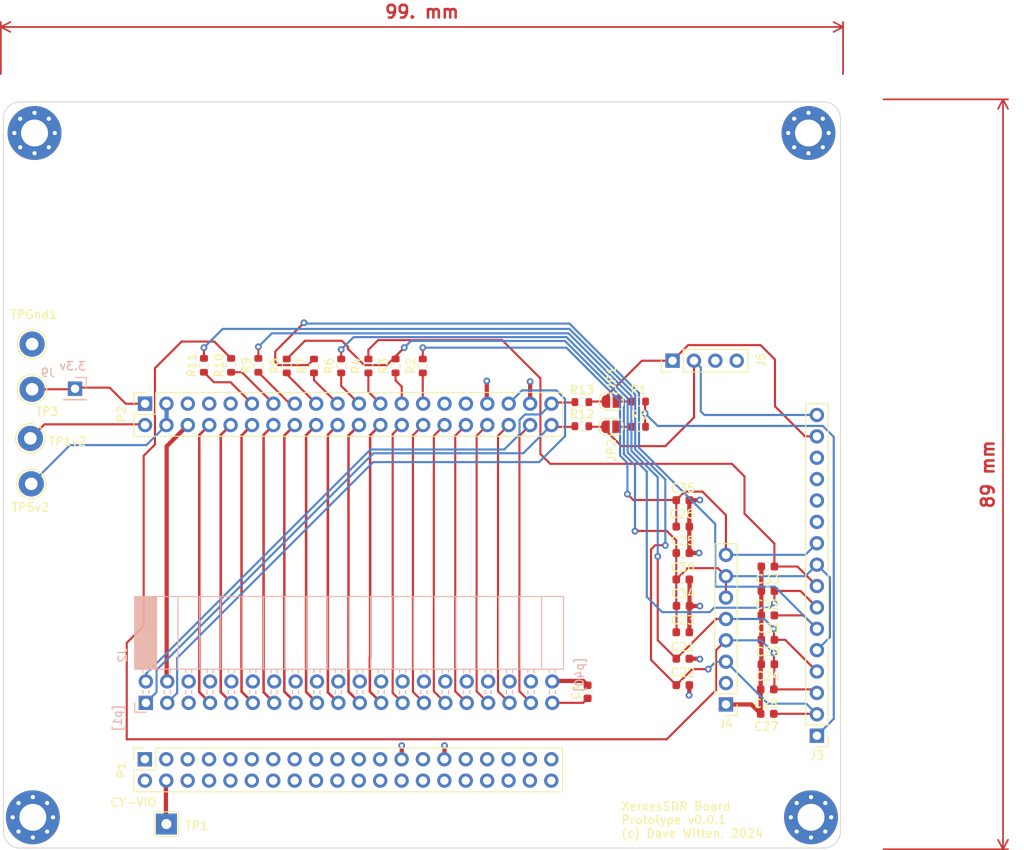
<source format=kicad_pcb>
(kicad_pcb (version 20240108) (generator "pcbnew") (generator_version "8.0")
  (title_block (title "ClemSDR-Min_Modules") (date "2023-10-17") (rev "0.4.0") (comment 1 "Minimalist Rework of HF-103 (designed be Oskar Stella)") (comment 3 "based on the Infineon/Cypress  FX3 DevKit and LTC2208 Demo modules"))
  (layers (0 "F.Cu" signal) (1 "In1.Cu" power "GND") (2 "In2.Cu" power "+3.3v") (31 "B.Cu" signal) (34 "B.Paste" user) (35 "F.Paste" user) (36 "B.SilkS" user "B.Silkscreen") (37 "F.SilkS" user "F.Silkscreen") (38 "B.Mask" user) (39 "F.Mask" user) (44 "Edge.Cuts" user))
  (net 0 "")
  (net 1 "GND")
  (net 2 "Net-(J2-Pin_39)")
  (net 3 "Net-(J3-Pin_15)")
  (net 4 "Net-(J3-Pin_4)")
  (net 5 "Net-(J3-Pin_2)")
  (net 6 "Net-(J3-Pin_5)")
  (net 7 "Net-(J3-Pin_3)")
  (net 8 "Net-(J3-Pin_10)")
  (net 9 "ATT DATA")
  (net 10 "ATT CLK")
  (net 11 "ATT LE")
  (net 12 "Net-(J3-Pin_16)")
  (net 13 "3.3v")
  (net 14 "GPIO29")
  (net 15 "D15")
  (net 16 "GPIO28")
  (net 17 "D14")
  (net 18 "GPIO27")
  (net 19 "D13")
  (net 20 "GPIO26")
  (net 21 "D12")
  (net 22 "GPIO25")
  (net 23 "D11")
  (net 24 "GPIO24")
  (net 25 "D10")
  (net 26 "GPIO23")
  (net 27 "D9")
  (net 28 "GPIO22")
  (net 29 "D8")
  (net 30 "GPIO21")
  (net 31 "D7")
  (net 32 "GPIO20")
  (net 33 "D6")
  (net 34 "GPIO19")
  (net 35 "D5")
  (net 36 "D4")
  (net 37 "D3")
  (net 38 "D2")
  (net 39 "PCLK")
  (net 40 "D1")
  (net 41 "D0")
  (net 42 "I2C SDA")
  (net 43 "I2C SCL")
  (net 48 "1.2v")
  (net 49 "VBUS")
  (net 70 "CyVio")
  (net 83 "Net-(JP1-A)")
  (net 84 "Net-(JP2-A)")
  (footprint "Capacitor_SMD:C_0603_1608Metric" (layer "F.Cu") (at 136.475 114.714286 180)
    (property "Reference" "C29")
    (property "Value" "100pf")
  )
  (footprint "Resistor_SMD:R_0603_1608Metric" (layer "F.Cu") (at 82.580389 82.175 90)
    (property "Reference" "R7")
    (property "Value" "1k")
  )
  (footprint "Connector_PinSocket_2.54mm:PinSocket_2x20_P2.54mm_Vertical" (layer "F.Cu") (at 62.523378 86.65959 90)
    (property "Reference" "P2")
    (property "Value" "J6")
  )
  (footprint "Capacitor_SMD:C_0603_1608Metric" (layer "F.Cu") (at 136.4 120.6 180)
    (property "Reference" "C28")
    (property "Value" "100pf")
  )
  (footprint "Capacitor_SMD:C_0603_1608Metric" (layer "F.Cu") (at 136.475 108.907144 180)
    (property "Reference" "C32")
    (property "Value" "100pf")
  )
  (footprint "Resistor_SMD:R_0603_1608Metric" (layer "F.Cu") (at 69.515878 82.1 90)
    (property "Reference" "R11")
    (property "Value" "1k")
  )
  (footprint "MountingHole:MountingHole_3.2mm_M3_Pad_Via" (layer "F.Cu") (at 141.3 54.5)
    (property "Reference" "H2" (hide yes))
    (property "Value" "MountingHole" (hide yes))
  )
  (footprint "Resistor_SMD:R_0603_1608Metric" (layer "F.Cu") (at 114.39 86.47)
    (property "Reference" "R13")
    (property "Value" "0")
  )
  (footprint "Resistor_SMD:R_0603_1608Metric" (layer "F.Cu") (at 85.810291 82.175 90)
    (property "Reference" "R6")
    (property "Value" "1k")
  )
  (footprint "Resistor_SMD:R_0603_1608Metric" (layer "F.Cu") (at 89.040193 82.175 90)
    (property "Reference" "R4")
    (property "Value" "1k")
  )
  (footprint "MountingHole:MountingHole_3.2mm_M3_Pad_Via" (layer "F.Cu") (at 49.2 135.8)
    (property "Reference" "H3" (hide yes))
    (property "Value" "MountingHole" (hide yes))
  )
  (footprint "Resistor_SMD:R_0603_1608Metric" (layer "F.Cu") (at 72.74578 82.1 90)
    (property "Reference" "R10")
    (property "Value" "1k")
  )
  (footprint "MountingHole:MountingHole_3.2mm_M3_Pad_Via" (layer "F.Cu") (at 49.4 54.5)
    (property "Reference" "H1" (hide yes))
    (property "Value" "MountingHole" (hide yes))
  )
  (footprint "Capacitor_SMD:C_0603_1608Metric" (layer "F.Cu") (at 136.475 111.810715 180)
    (property "Reference" "C31")
    (property "Value" "100pf")
  )
  (footprint "TestPoint:TestPoint_THTPad_D3.0mm_Drill1.5mm" (layer "F.Cu") (at 49.01 96.18)
    (property "Reference" "TP5v2")
    (property "Value" "TP5v")
  )
  (footprint "Capacitor_SMD:C_0603_1608Metric" (layer "F.Cu") (at 126.375 98.121432)
    (property "Reference" "C35")
    (property "Value" "100pf")
  )
  (footprint "Capacitor_SMD:C_0603_1608Metric" (layer "F.Cu") (at 126.375 104.400002)
    (property "Reference" "C25")
    (property "Value" "100pf")
  )
  (footprint "MountingHole:MountingHole_3.2mm_M3_Pad_Via" (layer "F.Cu") (at 141.6 135.8)
    (property "Reference" "H4" (hide yes))
    (property "Value" "MountingHole" (hide yes))
  )
  (footprint "TestPoint:TestPoint_THTPad_D3.0mm_Drill1.5mm" (layer "F.Cu") (at 49.11 79.58)
    (property "Reference" "TPGnd1")
    (property "Value" "TPGnd")
  )
  (footprint "Capacitor_SMD:C_0603_1608Metric" (layer "F.Cu") (at 126.4 110.678572)
    (property "Reference" "C34")
    (property "Value" "100pf")
  )
  (footprint "Connector_PinHeader_2.54mm:PinHeader_1x04_P2.54mm_Vertical" (layer "F.Cu") (at 125.16 81.55 90)
    (property "Reference" "J5")
    (property "Value" "Conn_01x04")
  )
  (footprint "Capacitor_SMD:C_0603_1608Metric" (layer "F.Cu") (at 126.375 107.539287)
    (property "Reference" "C30")
    (property "Value" "100pf")
  )
  (footprint "Connector_PinHeader_2.54mm:PinHeader_1x08_P2.54mm_Vertical" (layer "F.Cu") (at 131.5 122.394286 180)
    (property "Reference" "J4")
    (property "Value" "Conn_01x08")
  )
  (footprint "Resistor_SMD:R_0603_1608Metric" (layer "F.Cu") (at 121.125 86.4 180)
    (property "Reference" "R1")
    (property "Value" "10k")
  )
  (footprint "Resistor_SMD:R_0603_1608Metric" (layer "F.Cu") (at 92.270095 82.175 90)
    (property "Reference" "R3")
    (property "Value" "10k")
  )
  (footprint "Capacitor_SMD:C_0603_1608Metric" (layer "F.Cu") (at 126.375 116.957142)
    (property "Reference" "C21")
    (property "Value" "100pf")
  )
  (footprint "TestPoint:TestPoint_THTPad_D3.0mm_Drill1.5mm" (layer "F.Cu") (at 49.11 84.946666)
    (property "Reference" "TP3")
    (property "Value" "TP3v3")
  )
  (footprint "TestPoint:TestPoint_THTPad_2.5x2.5mm_Drill1.2mm" (layer "F.Cu") (at 65.06 136.6)
    (property "Reference" "TP1")
    (property "Value" "TPCyVIO")
  )
  (footprint "Resistor_SMD:R_0603_1608Metric" (layer "F.Cu") (at 121.125 89.4 180)
    (property "Reference" "R5")
    (property "Value" "10k")
  )
  (footprint "TestPoint:TestPoint_THTPad_D3.0mm_Drill1.5mm" (layer "F.Cu") (at 48.91 90.78)
    (property "Reference" "TP1v2")
    (property "Value" "TP1v2")
  )
  (footprint "Capacitor_SMD:C_0603_1608Metric" (layer "F.Cu") (at 126.375 113.817857)
    (property "Reference" "C23")
    (property "Value" "100pf")
  )
  (footprint "Capacitor_SMD:C_0603_1608Metric" (layer "F.Cu") (at 126.375 101.260717)
    (property "Reference" "C26")
    (property "Value" "100pf")
  )
  (footprint "Capacitor_SMD:C_0603_1608Metric" (layer "F.Cu") (at 136.475 106.003573 180)
    (property "Reference" "C33")
    (property "Value" "100pf")
  )
  (footprint "Resistor_SMD:R_0603_1608Metric" (layer "F.Cu") (at 75.975682 82.1 90)
    (property "Reference" "R9")
    (property "Value" "1k")
  )
  (footprint "Connector_PinSocket_2.54mm:PinSocket_2x20_P2.54mm_Vertical" (layer "F.Cu") (at 62.503378 128.89959 90)
    (property "Reference" "P1")
    (property "Value" "J7")
  )
  (footprint "Resistor_SMD:R_0603_1608Metric" (layer "F.Cu") (at 114.39 89.34)
    (property "Reference" "R12")
    (property "Value" "0")
  )
  (footprint "Resistor_SMD:R_0603_1608Metric" (layer "F.Cu") (at 79.350487 82.175 90)
    (property "Reference" "R8")
    (property "Value" "1k")
  )
  (footprint "Capacitor_SMD:C_0603_1608Metric" (layer "F.Cu") (at 115.0725 120.89 90)
    (property "Reference" "C1")
    (property "Value" "0.1uF")
  )
  (footprint "Jumper:SolderJumper-2_P1.3mm_Open_RoundedPad1.0x1.5mm" (layer "F.Cu") (at 117.85 89.4 180)
    (property "Reference" "JP2")
    (property "Value" "Jumper_2_Open")
  )
  (footprint "Capacitor_SMD:C_0603_1608Metric" (layer "F.Cu") (at 136.475 117.617857 180)
    (property "Reference" "C24")
    (property "Value" "100pf")
  )
  (footprint "Jumper:SolderJumper-2_P1.3mm_Open_RoundedPad1.0x1.5mm" (layer "F.Cu") (at 117.895 86.4 180)
    (property "Reference" "JP1")
    (property "Value" "Jumper_2_Open")
  )
  (footprint "Connector_PinHeader_2.54mm:PinHeader_1x16_P2.54mm_Vertical" (layer "F.Cu") (at 142.3 126.1 180)
    (property "Reference" "J3")
    (property "Value" "Conn_01x16")
  )
  (footprint "Capacitor_SMD:C_0603_1608Metric" (layer "F.Cu") (at 136.4 123.503573 180)
    (property "Reference" "C27")
    (property "Value" "100pf")
  )
  (footprint "Capacitor_SMD:C_0603_1608Metric" (layer "F.Cu") (at 126.375 120.096432)
    (property "Reference" "C22")
    (property "Value" "100pf")
  )
  (footprint "Resistor_SMD:R_0603_1608Metric" (layer "F.Cu") (at 95.5 82.175 90)
    (property "Reference" "R2")
    (property "Value" "1k")
  )
  (footprint "Connector_PinHeader_2.54mm:PinHeader_1x01_P2.54mm_Vertical" (layer "B.Cu") (at 54.21 84.88 180)
    (property "Reference" "J9")
    (property "Value" "VDD (3.3v)")
  )
  (footprint "Connector_PinSocket_2.54mm:PinSocket_2x20_P2.54mm_Horizontal" (layer "B.Cu") (at 62.62 122.2 -90)
    (property "Reference" "J2")
    (property "Value" "2x20-Odd/Even")
  )
  (gr_line (start 143.1 139.45) (end 47.7 139.45) (stroke (width 0.1)) (layer "Edge.Cuts"))
  (gr_arc (start 47.7 139.45) (mid 46.285786 138.864214) (end 45.7 137.45) (stroke (width 0.1)) (layer "Edge.Cuts"))
  (gr_line (start 45.7 137.45) (end 45.7 52.8) (stroke (width 0.1)) (layer "Edge.Cuts"))
  (gr_line (start 145.1 52.8) (end 145.1 137.45) (stroke (width 0.1)) (layer "Edge.Cuts"))
  (gr_arc (start 145.1 137.45) (mid 144.514214 138.864214) (end 143.1 139.45) (stroke (width 0.1)) (layer "Edge.Cuts"))
  (gr_arc (start 45.7 52.8) (mid 46.285786 51.385786) (end 47.7 50.8) (stroke (width 0.1)) (layer "Edge.Cuts"))
  (gr_arc (start 143.1 50.8) (mid 144.514214 51.385786) (end 145.1 52.8) (stroke (width 0.1)) (layer "Edge.Cuts"))
  (gr_line (start 47.7 50.8) (end 143.1 50.8) (stroke (width 0.1)) (layer "Edge.Cuts"))
  (gr_text "[p40]" (at 114.69 116.7 90) (layer "B.SilkS") (effects (font (size 1 1)) (justify left bottom mirror)))
  (gr_text "[p1]" (at 59.85 122.32 90) (layer "B.SilkS") (effects (font (size 1 1)) (justify left bottom mirror)))
  (gr_text "3.3v" (at 55.61 82.78 0) (layer "B.SilkS") (effects (font (size 1 1)) (justify left bottom mirror)))
  (gr_text "XerxesSDR Board\nPrototype v0.0.1\n(c) Dave Witten, 2024\n" (at 119 138.3 0) (layer "F.SilkS") (effects (font (size 1 1)) (justify left bottom)))
  (gr_text "CY-VIO" (at 58.3 134.6 0) (layer "F.SilkS") (effects (font (size 1 1)) (justify left bottom)))
  (dimension (type aligned) (layer "F.Cu") (pts (xy 45.4 48) (xy 145.403378 48)) (height -6.1) (gr_text "99. mm" (at 95.401689 40.1 0) (layer "F.Cu") (effects (font (size 1.5 1.5) (thickness 0.3)))) (format (prefix "") (suffix "") (units 3) (units_format 1) (precision 4) (override_value "99.")) (style (thickness 0.2) (arrow_length 1.27) (text_position_mode 0) (extension_height 0.58642) (extension_offset 0.5) keep_text_aligned))
  (dimension (type aligned) (layer "F.Cu") (pts (xy 149.7 50.5) (xy 149.7 139.6)) (height -14.7) (gr_text "89 mm" (at 162.6 95.05 90) (layer "F.Cu") (effects (font (size 1.5 1.5) (thickness 0.3)))) (format (prefix "") (suffix "") (units 3) (units_format 1) (precision 4) (override_value "89")) (style (thickness 0.2) (arrow_length 1.27) (text_position_mode 0) (extension_height 0.58642) (extension_offset 0.5) keep_text_aligned))
  (segment (start 127.15 104.400002) (end 127.15 101.260717) (width 0.5) (layer "F.Cu") (net 1))
  (segment (start 127.15 121.266634) (end 127.116634 121.3) (width 0.5) (layer "F.Cu") (net 1))
  (segment (start 134.515713 122.394286) (end 135.625 123.503573) (width 0.5) (layer "F.Cu") (net 1))
  (segment (start 111.0425 119.6) (end 114.5575 119.6) (width 0.5) (layer "F.Cu") (net 1))
  (segment (start 103.1 83.960205) (end 103.1 86.619795) (width 0.5) (layer "F.Cu") (net 1))
  (segment (start 135.7 111.810715) (end 135.7 108.907144) (width 0.5) (layer "F.Cu") (net 1))
  (segment (start 135.7 117.617857) (end 135.7 114.714286) (width 0.5) (layer "F.Cu") (net 1))
  (segment (start 67.603378 89.19959) (end 65.09 91.712968) (width 0.5) (layer "F.Cu") (net 1))
  (segment (start 128.357142 116.957142) (end 128.4 117) (width 0.5) (layer "F.Cu") (net 1))
  (segment (start 135.625 123.503573) (end 135.625 120.6) (width 0.5) (layer "F.Cu") (net 1))
  (segment (start 114.5575 119.6) (end 115.0725 120.115) (width 0.5) (layer "F.Cu") (net 1))
  (segment (start 127.15 113.817857) (end 127.15 110.703572) (width 0.5) (layer "F.Cu") (net 1))
  (segment (start 65.09 91.712968) (end 65.09 119.59) (width 0.5) (layer "F.Cu") (net 1))
  (segment (start 93 127.29) (end 93 128.822968) (width 0.5) (layer "F.Cu") (net 1))
  (segment (start 131.5 122.394286) (end 134.515713 122.394286) (width 0.5) (layer "F.Cu") (net 1))
  (segment (start 127.15 101.260717) (end 127.15 98.121432) (width 0.5) (layer "F.Cu") (net 1))
  (segment (start 135.625 120.6) (end 135.625 117.692857) (width 0.5) (layer "F.Cu") (net 1))
  (segment (start 128.4 110.7) (end 127.196428 110.7) (width 0.5) (layer "F.Cu") (net 1))
  (segment (start 127.15 120.096432) (end 127.15 121.266634) (width 0.5) (layer "F.Cu") (net 1))
  (segment (start 135.7 108.907144) (end 135.7 106.003573) (width 0.5) (layer "F.Cu") (net 1))
  (segment (start 127.15 98.121432) (end 128.378568 98.121432) (width 0.5) (layer "F.Cu") (net 1))
  (segment (start 127.175 110.678572) (end 127.175 107.564287) (width 0.5) (layer "F.Cu") (net 1))
  (segment (start 135.7 114.714286) (end 135.7 111.810715) (width 0.5) (layer "F.Cu") (net 1))
  (segment (start 127.15 116.957142) (end 128.357142 116.957142) (width 0.5) (layer "F.Cu") (net 1))
  (segment (start 128.378568 98.121432) (end 128.4 98.1) (width 0.5) (layer "F.Cu") (net 1))
  (segment (start 127.15 104.400002) (end 128.299998 104.400002) (width 0.5) (layer "F.Cu") (net 1))
  (segment (start 98.08 127.29) (end 98.08 128.741484) (width 0.5) (layer "F.Cu") (net 1))
  (segment (start 108.25 84.037955) (end 108.25 86.522045) (width 0.5) (layer "F.Cu") (net 1))
  (via (at 98.08 127.29) (size 0.8) (drill 0.4) (layers "F.Cu" "B.Cu") (net 1))
  (via (at 93 127.29) (size 0.8) (drill 0.4) (layers "F.Cu" "B.Cu") (net 1))
  (via (at 127.116634 121.3) (size 0.8) (drill 0.4) (layers "F.Cu" "B.Cu") (net 1))
  (via (at 108.25 84.037955) (size 0.8) (drill 0.4) (layers "F.Cu" "B.Cu") (net 1))
  (via (at 128.4 110.7) (size 0.8) (drill 0.4) (layers "F.Cu" "B.Cu") (net 1))
  (via (at 128.4 98.1) (size 0.8) (drill 0.4) (layers "F.Cu" "B.Cu") (net 1))
  (via (at 103.1 83.960205) (size 0.8) (drill 0.4) (layers "F.Cu" "B.Cu") (net 1))
  (via (at 128.4 117) (size 0.8) (drill 0.4) (layers "F.Cu" "B.Cu") (net 1))
  (via (at 128.299998 104.400002) (size 0.8) (drill 0.4) (layers "F.Cu" "B.Cu") (net 1))
  (segment (start 115.0725 121.665) (end 114.5375 122.2) (width 0.25) (layer "F.Cu") (net 2))
  (segment (start 114.5375 122.2) (end 111.1025 122.2) (width 0.25) (layer "F.Cu") (net 2))
  (segment (start 117.245 85.825) (end 121.52 81.55) (width 0.25) (layer "F.Cu") (net 3))
  (segment (start 137.32 81.41) (end 137.32 86.97) (width 0.25) (layer "F.Cu") (net 3))
  (segment (start 125.16 81.55) (end 127.01 79.7) (width 0.25) (layer "F.Cu") (net 3))
  (segment (start 135.61 79.7) (end 137.32 81.41) (width 0.25) (layer "F.Cu") (net 3))
  (segment (start 137.32 86.97) (end 140.89 90.54) (width 0.25) (layer "F.Cu") (net 3))
  (segment (start 117.245 86.4) (end 115.285 86.4) (width 0.25) (layer "F.Cu") (net 3))
  (segment (start 140.89 90.54) (end 142.3 90.54) (width 0.25) (layer "F.Cu") (net 3))
  (segment (start 127.01 79.7) (end 135.61 79.7) (width 0.25) (layer "F.Cu") (net 3))
  (segment (start 121.52 81.55) (end 125.16 81.55) (width 0.25) (layer "F.Cu") (net 3))
  (segment (start 123.4 114.757142) (end 125.6 116.957142) (width 0.25) (layer "F.Cu") (net 4))
  (segment (start 130.322856 112.234286) (end 131.5 112.234286) (width 0.25) (layer "F.Cu") (net 4))
  (segment (start 123.4 104.8) (end 123.4 114.757142) (width 0.25) (layer "F.Cu") (net 4))
  (segment (start 137.2 113.4) (end 137.2 114.664286) (width 0.25) (layer "F.Cu") (net 4))
  (segment (start 125.6 116.957142) (end 130.322856 112.234286) (width 0.25) (layer "F.Cu") (net 4))
  (segment (start 138.534286 114.714286) (end 142.3 118.48) (width 0.25) (layer "F.Cu") (net 4))
  (segment (start 137.25 114.714286) (end 138.534286 114.714286) (width 0.25) (layer "F.Cu") (net 4))
  (segment (start 75.975682 79.9) (end 75.975682 81.275) (width 0.25) (layer "F.Cu") (net 4))
  (via (at 123.4 104.8) (size 0.8) (drill 0.4) (layers "F.Cu" "B.Cu") (net 4))
  (via (at 75.975682 79.9) (size 0.8) (drill 0.4) (layers "F.Cu" "B.Cu") (net 4))
  (via (at 137.2 113.4) (size 0.8) (drill 0.4) (layers "F.Cu" "B.Cu") (net 4))
  (segment (start 136.034286 112.234286) (end 137.2 113.4) (width 0.25) (layer "B.Cu") (net 4))
  (segment (start 120.275 85.771396) (end 112.803604 78.3) (width 0.25) (layer "B.Cu") (net 4))
  (segment (start 120.275 92.273097) (end 120.275 85.771396) (width 0.25) (layer "B.Cu") (net 4))
  (segment (start 123.4 95.398097) (end 120.275 92.273097) (width 0.25) (layer "B.Cu") (net 4))
  (segment (start 123.4 104.8) (end 123.4 95.398097) (width 0.25) (layer "B.Cu") (net 4))
  (segment (start 77.575682 78.3) (end 75.975682 79.9) (width 0.25) (layer "B.Cu") (net 4))
  (segment (start 112.803604 78.3) (end 77.575682 78.3) (width 0.25) (layer "B.Cu") (net 4))
  (segment (start 131.5 112.234286) (end 136.034286 112.234286) (width 0.25) (layer "B.Cu") (net 4))
  (segment (start 69.515878 80) (end 69.515878 81.275) (width 0.25) (layer "F.Cu") (net 5))
  (segment (start 124.3 103.5) (end 124.275 103.475) (width 0.25) (layer "F.Cu") (net 5))
  (segment (start 123.099695 103.475) (end 122.6 103.974695) (width 0.25) (layer "F.Cu") (net 5))
  (segment (start 137.175 123.503573) (end 142.243573 123.503573) (width 0.25) (layer "F.Cu") (net 5))
  (segment (start 124.275 103.475) (end 123.099695 103.475) (width 0.25) (layer "F.Cu") (net 5))
  (segment (start 122.6 117.096432) (end 125.6 120.096432) (width 0.25) (layer "F.Cu") (net 5))
  (segment (start 127.496432 118.2) (end 129.4 118.2) (width 0.25) (layer "F.Cu") (net 5))
  (segment (start 122.6 103.974695) (end 122.6 117.096432) (width 0.25) (layer "F.Cu") (net 5))
  (segment (start 125.6 120.096432) (end 127.496432 118.2) (width 0.25) (layer "F.Cu") (net 5))
  (via (at 69.515878 80) (size 0.8) (drill 0.4) (layers "F.Cu" "B.Cu") (net 5))
  (via (at 129.4 118.2) (size 0.8) (drill 0.4) (layers "F.Cu" "B.Cu") (net 5))
  (via (at 124.3 103.5) (size 0.8) (drill 0.4) (layers "F.Cu" "B.Cu") (net 5))
  (segment (start 120.725 85.585) (end 112.91 77.77) (width 0.25) (layer "B.Cu") (net 5))
  (segment (start 71.745878 77.77) (end 69.515878 80) (width 0.25) (layer "B.Cu") (net 5))
  (segment (start 120.725 92.086701) (end 120.725 85.585) (width 0.25) (layer "B.Cu") (net 5))
  (segment (start 141.04 122.3) (end 142.3 123.56) (width 0.25) (layer "B.Cu") (net 5))
  (segment (start 124.3 103.5) (end 124.3 95.661701) (width 0.25) (layer "B.Cu") (net 5))
  (segment (start 112.91 77.77) (end 71.745878 77.77) (width 0.25) (layer "B.Cu") (net 5))
  (segment (start 130.285714 117.314286) (end 129.4 118.2) (width 0.25) (layer "B.Cu") (net 5))
  (segment (start 124.3 95.661701) (end 120.725 92.086701) (width 0.25) (layer "B.Cu") (net 5))
  (segment (start 131.5 117.314286) (end 136.485714 122.3) (width 0.25) (layer "B.Cu") (net 5))
  (segment (start 136.485714 122.3) (end 141.04 122.3) (width 0.25) (layer "B.Cu") (net 5))
  (segment (start 131.5 117.314286) (end 130.285714 117.314286) (width 0.25) (layer "B.Cu") (net 5))
  (segment (start 125.6 107.539287) (end 126.939287 106.2) (width 0.25) (layer "F.Cu") (net 6))
  (segment (start 125.6 102.9) (end 125.6 104.400002) (width 0.25) (layer "F.Cu") (net 6))
  (segment (start 126.939287 106.2) (end 130.545714 106.2) (width 0.25) (layer "F.Cu") (net 6))
  (segment (start 88.547731 82.075) (end 86.610291 80.13756) (width 0.25) (layer "F.Cu") (net 6))
  (segment (start 124.475 101.775) (end 125.6 102.9) (width 0.25) (layer "F.Cu") (net 6))
  (segment (start 81.520487 79.18) (end 79.350487 81.35) (width 0.25) (layer "F.Cu") (net 6))
  (segment (start 91.225 82.075) (end 88.547731 82.075) (width 0.25) (layer "F.Cu") (net 6))
  (segment (start 86.610291 80.13756) (end 86.610291 79.900291) (width 0.25) (layer "F.Cu") (net 6))
  (segment (start 131.5 107.154286) (end 131.5 109.694286) (width 0.25) (layer "F.Cu") (net 6))
  (segment (start 85.89 79.18) (end 81.520487 79.18) (width 0.25) (layer "F.Cu") (net 6))
  (segment (start 93.3 80) (end 92.270095 81.029905) (width 0.25) (layer "F.Cu") (net 6))
  (segment (start 120.725 101.775) (end 124.475 101.775) (width 0.25) (layer "F.Cu") (net 6))
  (segment (start 130.545714 106.2) (end 131.5 107.154286) (width 0.25) (layer "F.Cu") (net 6))
  (segment (start 125.6 107.539287) (end 125.6 110.653572) (width 0.25) (layer "F.Cu") (net 6))
  (segment (start 93.3 80) (end 91.225 82.075) (width 0.25) (layer "F.Cu") (net 6))
  (segment (start 125.625 110.678572) (end 125.625 113.792857) (width 0.25) (layer "F.Cu") (net 6))
  (segment (start 125.6 104.400002) (end 125.6 107.539287) (width 0.25) (layer "F.Cu") (net 6))
  (segment (start 86.610291 79.900291) (end 85.89 79.18) (width 0.25) (layer "F.Cu") (net 6))
  (segment (start 120.7 101.8) (end 120.725 101.775) (width 0.25) (layer "F.Cu") (net 6))
  (segment (start 92.270095 81.029905) (end 92.270095 81.35) (width 0.25) (layer "F.Cu") (net 6))
  (via (at 93.3 80) (size 0.8) (drill 0.4) (layers "F.Cu" "B.Cu") (net 6))
  (via (at 120.7 101.8) (size 0.8) (drill 0.4) (layers "F.Cu" "B.Cu") (net 6))
  (segment (start 119.375 86.191396) (end 112.383604 79.2) (width 0.25) (layer "B.Cu") (net 6))
  (segment (start 140.925714 107.154286) (end 142.3 105.78) (width 0.25) (layer "B.Cu") (net 6))
  (segment (start 143.85 114.39) (end 142.3 115.94) (width 0.25) (layer "B.Cu") (net 6))
  (segment (start 143.85 107.33) (end 143.85 114.39) (width 0.25) (layer "B.Cu") (net 6))
  (segment (start 120.7 93.970889) (end 119.375 92.645889) (width 0.25) (layer "B.Cu") (net 6))
  (segment (start 112.383604 79.2) (end 94.1 79.2) (width 0.25) (layer "B.Cu") (net 6))
  (segment (start 119.375 92.645889) (end 119.375 86.191396) (width 0.25) (layer "B.Cu") (net 6))
  (segment (start 142.3 105.78) (end 143.85 107.33) (width 0.25) (layer "B.Cu") (net 6))
  (segment (start 120.7 101.8) (end 120.7 93.970889) (width 0.25) (layer "B.Cu") (net 6))
  (segment (start 131.5 107.154286) (end 140.925714 107.154286) (width 0.25) (layer "B.Cu") (net 6))
  (segment (start 94.1 79.2) (end 93.3 80) (width 0.25) (layer "B.Cu") (net 6))
  (segment (start 66.865 79.275) (end 63.698378 82.441622) (width 0.25) (layer "F.Cu") (net 7))
  (segment (start 60.35 115.08) (end 60.35 126.53) (width 0.25) (layer "F.Cu") (net 7))
  (segment (start 130.325 120.675) (end 130.325 115.949286) (width 0.25) (layer "F.Cu") (net 7))
  (segment (start 62.36 113.07) (end 60.35 115.08) (width 0.25) (layer "F.Cu") (net 7))
  (segment (start 72.74578 81.275) (end 70.74578 79.275) (width 0.25) (layer "F.Cu") (net 7))
  (segment (start 63.698378 82.441622) (end 63.698378 91.511622) (width 0.25) (layer "F.Cu") (net 7))
  (segment (start 63.698378 91.511622) (end 62.36 92.85) (width 0.25) (layer "F.Cu") (net 7))
  (segment (start 70.74578 79.275) (end 66.865 79.275) (width 0.25) (layer "F.Cu") (net 7))
  (segment (start 137.25 117.617857) (end 137.25 120.525) (width 0.25) (layer "F.Cu") (net 7))
  (segment (start 124.47 126.53) (end 130.325 120.675) (width 0.25) (layer "F.Cu") (net 7))
  (segment (start 62.36 92.85) (end 62.36 113.07) (width 0.25) (layer "F.Cu") (net 7))
  (segment (start 130.325 115.949286) (end 131.5 114.774286) (width 0.25) (layer "F.Cu") (net 7))
  (segment (start 137.2 116.3) (end 137.2 117.567857) (width 0.25) (layer "F.Cu") (net 7))
  (segment (start 60.35 126.53) (end 124.47 126.53) (width 0.25) (layer "F.Cu") (net 7))
  (segment (start 137.175 120.6) (end 141.88 120.6) (width 0.25) (layer "F.Cu") (net 7))
  (via (at 137.2 116.3) (size 0.8) (drill 0.4) (layers "F.Cu" "B.Cu") (net 7))
  (segment (start 131.5 114.774286) (end 135.674286 114.774286) (width 0.25) (layer "B.Cu") (net 7))
  (segment (start 135.674286 114.774286) (end 137.2 116.3) (width 0.25) (layer "B.Cu") (net 7))
  (segment (start 95.5 81.35) (end 95.5 80) (width 0.25) (layer "F.Cu") (net 8))
  (segment (start 120.5 98.1) (end 125.578568 98.1) (width 0.25) (layer "F.Cu") (net 8))
  (segment (start 125.6 101.260717) (end 125.6 98.121432) (width 0.25) (layer "F.Cu") (net 8))
  (segment (start 125.6 98.121432) (end 126.621432 97.1) (width 0.25) (layer "F.Cu") (net 8))
  (segment (start 126.621432 97.1) (end 128.7 97.1) (width 0.25) (layer "F.Cu") (net 8))
  (segment (start 119.8 97.4) (end 120.5 98.1) (width 0.25) (layer "F.Cu") (net 8))
  (segment (start 131.5 99.9) (end 131.5 104.614286) (width 0.25) (layer "F.Cu") (net 8))
  (segment (start 128.7 97.1) (end 131.5 99.9) (width 0.25) (layer "F.Cu") (net 8))
  (via (at 95.5 80) (size 0.8) (drill 0.4) (layers "F.Cu" "B.Cu") (net 8))
  (via (at 119.8 97.4) (size 0.8) (drill 0.4) (layers "F.Cu" "B.Cu") (net 8))
  (segment (start 112.547208 80) (end 95.5 80) (width 0.25) (layer "B.Cu") (net 8))
  (segment (start 140.925714 104.614286) (end 142.3 103.24) (width 0.25) (layer "B.Cu") (net 8))
  (segment (start 119.8 97.4) (end 119.8 93.707285) (width 0.25) (layer "B.Cu") (net 8))
  (segment (start 118.925 86.377792) (end 112.547208 80) (width 0.25) (layer "B.Cu") (net 8))
  (segment (start 119.8 93.707285) (end 118.925 92.832285) (width 0.25) (layer "B.Cu") (net 8))
  (segment (start 131.5 104.614286) (end 140.925714 104.614286) (width 0.25) (layer "B.Cu") (net 8))
  (segment (start 118.925 92.832285) (end 118.925 86.377792) (width 0.25) (layer "B.Cu") (net 8))
  (segment (start 137.25 111.810715) (end 140.710715 111.810715) (width 0.25) (layer "F.Cu") (net 9))
  (segment (start 81.855389 82.075) (end 82.580389 81.35) (width 0.25) (layer "F.Cu") (net 9))
  (segment (start 77.98 81.7) (end 78.355 82.075) (width 0.25) (layer "F.Cu") (net 9))
  (segment (start 77.98 80.4555) (end 77.98 81.7) (width 0.25) (layer "F.Cu") (net 9))
  (segment (start 81.39 77.0455) (end 77.98 80.4555) (width 0.25) (layer "F.Cu") (net 9))
  (segment (start 78.355 82.075) (end 81.855389 82.075) (width 0.25) (layer "F.Cu") (net 9))
  (segment (start 140.710715 111.810715) (end 142.3 113.4) (width 0.25) (layer "F.Cu") (net 9))
  (via (at 81.39 77.0455) (size 0.8) (drill 0.4) (layers "F.Cu" "B.Cu") (net 9))
  (segment (start 130.225305 108.4) (end 137.3 108.4) (width 0.25) (layer "B.Cu") (net 9))
  (segment (start 137.3 108.4) (end 142.3 113.4) (width 0.25) (layer "B.Cu") (net 9))
  (segment (start 130.225305 100.95061) (end 130.225305 108.4) (width 0.25) (layer "B.Cu") (net 9))
  (segment (start 81.39 77.0455) (end 81.4845 77.14) (width 0.25) (layer "B.Cu") (net 9))
  (segment (start 121.175 91.900305) (end 130.225305 100.95061) (width 0.25) (layer "B.Cu") (net 9))
  (segment (start 112.92 77.14) (end 121.175 85.395) (width 0.25) (layer "B.Cu") (net 9))
  (segment (start 81.4845 77.14) (end 112.92 77.14) (width 0.25) (layer "B.Cu") (net 9))
  (segment (start 121.175 85.395) (end 121.175 91.900305) (width 0.25) (layer "B.Cu") (net 9))
  (segment (start 137.25 108.907144) (end 140.347144 108.907144) (width 0.25) (layer "F.Cu") (net 10))
  (segment (start 85.810291 80.23) (end 85.810291 81.35) (width 0.25) (layer "F.Cu") (net 10))
  (segment (start 137.25 110.34937) (end 137.25 108.907144) (width 0.25) (layer "F.Cu") (net 10))
  (segment (start 140.347144 108.907144) (end 142.3 110.86) (width 0.25) (layer "F.Cu") (net 10))
  (via (at 137.25 110.34937) (size 0.8) (drill 0.4) (layers "F.Cu" "B.Cu") (net 10))
  (via (at 85.810291 80.23) (size 0.8) (drill 0.4) (layers "F.Cu" "B.Cu") (net 10))
  (segment (start 87.290291 78.75) (end 112.57 78.75) (width 0.25) (layer "B.Cu") (net 10))
  (segment (start 85.810291 80.23) (end 87.290291 78.75) (width 0.25) (layer "B.Cu") (net 10))
  (segment (start 119.825 92.459493) (end 122.1 94.734493) (width 0.25) (layer "B.Cu") (net 10))
  (segment (start 136.69937 110.9) (end 137.25 110.34937) (width 0.25) (layer "B.Cu") (net 10))
  (segment (start 123.925 111.425) (end 129.575 111.425) (width 0.25) (layer "B.Cu") (net 10))
  (segment (start 122.1 109.6) (end 123.925 111.425) (width 0.25) (layer "B.Cu") (net 10))
  (segment (start 119.825 86.005) (end 119.825 92.459493) (width 0.25) (layer "B.Cu") (net 10))
  (segment (start 129.575 111.425) (end 130.1 110.9) (width 0.25) (layer "B.Cu") (net 10))
  (segment (start 112.57 78.75) (end 119.825 86.005) (width 0.25) (layer "B.Cu") (net 10))
  (segment (start 122.1 94.734493) (end 122.1 109.6) (width 0.25) (layer "B.Cu") (net 10))
  (segment (start 130.1 110.9) (end 136.69937 110.9) (width 0.25) (layer "B.Cu") (net 10))
  (segment (start 110.63049 93.8) (end 109.47 92.63951) (width 0.25) (layer "F.Cu") (net 11))
  (segment (start 90.2 79.1) (end 89.040193 80.259807) (width 0.25) (layer "F.Cu") (net 11))
  (segment (start 132.2 93.8) (end 110.63049 93.8) (width 0.25) (layer "F.Cu") (net 11))
  (segment (start 139.983573 106.003573) (end 142.3 108.32) (width 0.25) (layer "F.Cu") (net 11))
  (segment (start 109.47 83.65) (end 104.92 79.1) (width 0.25) (layer "F.Cu") (net 11))
  (segment (start 133.7 95.3) (end 132.2 93.8) (width 0.25) (layer "F.Cu") (net 11))
  (segment (start 104.92 79.1) (end 90.2 79.1) (width 0.25) (layer "F.Cu") (net 11))
  (segment (start 133.7 99.72) (end 133.7 95.3) (width 0.25) (layer "F.Cu") (net 11))
  (segment (start 109.47 92.63951) (end 109.47 83.65) (width 0.25) (layer "F.Cu") (net 11))
  (segment (start 137.25 106.003573) (end 137.25 103.27) (width 0.25) (layer "F.Cu") (net 11))
  (segment (start 139.983573 106.003573) (end 137.25 106.003573) (width 0.25) (layer "F.Cu") (net 11))
  (segment (start 137.25 103.27) (end 133.7 99.72) (width 0.25) (layer "F.Cu") (net 11))
  (segment (start 89.040193 80.259807) (end 89.040193 81.35) (width 0.25) (layer "F.Cu") (net 11))
  (segment (start 127.71 81.57) (end 127.71 88.29) (width 0.25) (layer "F.Cu") (net 12))
  (segment (start 119.09038 91.7) (end 117.2 89.80962) (width 0.25) (layer "F.Cu") (net 12))
  (segment (start 124.3 91.7) (end 119.09038 91.7) (width 0.25) (layer "F.Cu") (net 12))
  (segment (start 127.71 88.29) (end 124.3 91.7) (width 0.25) (layer "F.Cu") (net 12))
  (segment (start 115.275 89.4) (end 117.2 89.4) (width 0.25) (layer "F.Cu") (net 12))
  (segment (start 128.51 82.36) (end 127.7 81.55) (width 0.25) (layer "B.Cu") (net 12))
  (segment (start 128.94 88) (end 128.51 87.57) (width 0.25) (layer "B.Cu") (net 12))
  (segment (start 128.51 87.57) (end 128.51 82.36) (width 0.25) (layer "B.Cu") (net 12))
  (segment (start 142.3 88) (end 128.94 88) (width 0.25) (layer "B.Cu") (net 12))
  (segment (start 54.34 84.75) (end 58.313604 84.75) (width 0.25) (layer "F.Cu") (net 13))
  (segment (start 58.313604 84.75) (end 60.223194 86.65959) (width 0.25) (layer "F.Cu") (net 13))
  (segment (start 49.11 84.946666) (end 54.143334 84.946666) (width 0.25) (layer "F.Cu") (net 13))
  (segment (start 60.223194 86.65959) (end 62.523378 86.65959) (width 0.25) (layer "F.Cu") (net 13))
  (segment (start 68.96 90.382968) (end 70.143378 89.19959) (width 0.3) (layer "F.Cu") (net 15))
  (segment (start 68.96 120.92) (end 68.96 90.382968) (width 0.3) (layer "F.Cu") (net 15))
  (segment (start 70.24 122.2) (end 68.96 120.92) (width 0.3) (layer "F.Cu") (net 15))
  (segment (start 71.51 120.93) (end 71.51 90.372968) (width 0.3) (layer "F.Cu") (net 17))
  (segment (start 71.51 90.372968) (end 72.683378 89.19959) (width 0.3) (layer "F.Cu") (net 17))
  (segment (start 72.78 122.2) (end 71.51 120.93) (width 0.3) (layer "F.Cu") (net 17))
  (segment (start 72.673788 84.11) (end 70.700878 84.11) (width 0.25) (layer "F.Cu") (net 18))
  (segment (start 75.223378 86.65959) (end 72.673788 84.11) (width 0.25) (layer "F.Cu") (net 18))
  (segment (start 70.700878 84.11) (end 69.515878 82.925) (width 0.25) (layer "F.Cu") (net 18))
  (segment (start 73.98 90.442968) (end 75.223378 89.19959) (width 0.3) (layer "F.Cu") (net 19))
  (segment (start 73.98 120.86) (end 73.98 90.442968) (width 0.3) (layer "F.Cu") (net 19))
  (segment (start 75.32 122.2) (end 73.98 120.86) (width 0.3) (layer "F.Cu") (net 19))
  (segment (start 77.763378 86.65959) (end 74.028788 82.925) (width 0.25) (layer "F.Cu") (net 20))
  (segment (start 74.028788 82.925) (end 72.74578 82.925) (width 0.25) (layer "F.Cu") (net 20))
  (segment (start 76.6 120.94) (end 76.6 90.362968) (width 0.3) (layer "F.Cu") (net 21))
  (segment (start 76.6 90.362968) (end 77.763378 89.19959) (width 0.3) (layer "F.Cu") (net 21))
  (segment (start 77.86 122.2) (end 76.6 120.94) (width 0.3) (layer "F.Cu") (net 21))
  (segment (start 79.710272 86.65959) (end 75.975682 82.925) (width 0.25) (layer "F.Cu") (net 22))
  (segment (start 80.4 122.2) (end 79.06 120.86) (width 0.3) (layer "F.Cu") (net 23))
  (segment (start 79.06 120.86) (end 79.06 90.442968) (width 0.3) (layer "F.Cu") (net 23))
  (segment (start 79.06 90.442968) (end 80.303378 89.19959) (width 0.3) (layer "F.Cu") (net 23))
  (segment (start 82.843378 86.65959) (end 79.343378 83.15959) (width 0.25) (layer "F.Cu") (net 24))
  (segment (start 82.94 122.2) (end 81.65 120.91) (width 0.3) (layer "F.Cu") (net 25))
  (segment (start 81.65 120.91) (end 81.65 90.392968) (width 0.3) (layer "F.Cu") (net 25))
  (segment (start 81.65 90.392968) (end 82.843378 89.19959) (width 0.3) (layer "F.Cu") (net 25))
  (segment (start 82.580389 83.856601) (end 85.383378 86.65959) (width 0.25) (layer "F.Cu") (net 26))
  (segment (start 82.580389 83) (end 82.580389 83.856601) (width 0.25) (layer "F.Cu") (net 26))
  (segment (start 84.23 120.95) (end 84.23 90.352968) (width 0.3) (layer "F.Cu") (net 27))
  (segment (start 84.23 90.352968) (end 85.383378 89.19959) (width 0.3) (layer "F.Cu") (net 27))
  (segment (start 85.48 122.2) (end 84.23 120.95) (width 0.3) (layer "F.Cu") (net 27))
  (segment (start 87.923378 86.65959) (end 85.810291 84.546503) (width 0.25) (layer "F.Cu") (net 28))
  (segment (start 85.810291 84.546503) (end 85.810291 83) (width 0.25) (layer "F.Cu") (net 28))
  (segment (start 88.02 122.2) (end 86.68 120.86) (width 0.3) (layer "F.Cu") (net 29))
  (segment (start 86.68 120.86) (end 86.68 90.442968) (width 0.3) (layer "F.Cu") (net 29))
  (segment (start 86.68 90.442968) (end 87.923378 89.19959) (width 0.3) (layer "F.Cu") (net 29))
  (segment (start 89.040193 85.236405) (end 89.040193 83) (width 0.25) (layer "F.Cu") (net 30))
  (segment (start 90.463378 86.65959) (end 89.040193 85.236405) (width 0.25) (layer "F.Cu") (net 30))
  (segment (start 90.463378 89.19959) (end 89.25 90.412968) (width 0.3) (layer "F.Cu") (net 31))
  (segment (start 89.22 120.86) (end 90.56 122.2) (width 0.3) (layer "F.Cu") (net 31))
  (segment (start 89.25 116.8) (end 89.22 116.83) (width 0.3) (layer "F.Cu") (net 31))
  (segment (start 89.25 90.412968) (end 89.25 116.8) (width 0.3) (layer "F.Cu") (net 31))
  (segment (start 89.22 116.83) (end 89.22 120.86) (width 0.3) (layer "F.Cu") (net 31))
  (segment (start 93.003378 86.65959) (end 93.003378 84.626156) (width 0.25) (layer "F.Cu") (net 32))
  (segment (start 93.003378 84.626156) (end 92.270095 83.892873) (width 0.25) (layer "F.Cu") (net 32))
  (segment (start 92.270095 83.892873) (end 92.270095 83) (width 0.25) (layer "F.Cu") (net 32))
  (segment (start 93.1 122.2) (end 91.925 121.025) (width 0.25) (layer "F.Cu") (net 33))
  (segment (start 91.925 121.025) (end 91.925 90.277968) (width 0.25) (layer "F.Cu") (net 33))
  (segment (start 91.925 90.277968) (end 93.003378 89.19959) (width 0.25) (layer "F.Cu") (net 33))
  (segment (start 95.5 86.616212) (end 95.5 83) (width 0.25) (layer "F.Cu") (net 34))
  (segment (start 94.33 120.89) (end 94.33 90.412968) (width 0.25) (layer "F.Cu") (net 35))
  (segment (start 94.33 90.412968) (end 95.543378 89.19959) (width 0.25) (layer "F.Cu") (net 35))
  (segment (start 95.64 122.2) (end 94.33 120.89) (width 0.25) (layer "F.Cu") (net 35))
  (segment (start 96.815 90.467968) (end 98.083378 89.19959) (width 0.25) (layer "F.Cu") (net 36))
  (segment (start 98.18 122.2) (end 96.815 120.835) (width 0.25) (layer "F.Cu") (net 36))
  (segment (start 96.815 120.835) (end 96.815 90.467968) (width 0.25) (layer "F.Cu") (net 36))
  (segment (start 100.72 122.2) (end 99.355 120.835) (width 0.25) (layer "F.Cu") (net 37))
  (segment (start 99.355 120.835) (end 99.355 90.467968) (width 0.25) (layer "F.Cu") (net 37))
  (segment (start 99.355 90.467968) (end 100.623378 89.19959) (width 0.25) (layer "F.Cu") (net 37))
  (segment (start 101.895 90.467968) (end 103.163378 89.19959) (width 0.25) (layer "F.Cu") (net 38))
  (segment (start 101.895 120.835) (end 101.895 90.467968) (width 0.25) (layer "F.Cu") (net 38))
  (segment (start 103.26 122.2) (end 101.895 120.835) (width 0.25) (layer "F.Cu") (net 38))
  (segment (start 112.4 90.51) (end 112.4 86.11) (width 0.25) (layer "B.Cu") (net 39))
  (segment (start 66.335 116.875) (end 89.61 93.6) (width 0.25) (layer "B.Cu") (net 39))
  (segment (start 107.282968 85.08) (end 105.703378 86.65959) (width 0.25) (layer "B.Cu") (net 39))
  (segment (start 111.37 85.08) (end 107.282968 85.08) (width 0.25) (layer "B.Cu") (net 39))
  (segment (start 109.31 93.6) (end 112.4 90.51) (width 0.25) (layer "B.Cu") (net 39))
  (segment (start 112.4 86.11) (end 111.37 85.08) (width 0.25) (layer "B.Cu") (net 39))
  (segment (start 89.61 93.6) (end 109.31 93.6) (width 0.25) (layer "B.Cu") (net 39))
  (segment (start 66.335 121.025) (end 66.335 116.875) (width 0.25) (layer "B.Cu") (net 39))
  (segment (start 65.16 122.2) (end 66.335 121.025) (width 0.25) (layer "B.Cu") (net 39))
  (segment (start 105.8 122.2) (end 104.435 120.835) (width 0.25) (layer "F.Cu") (net 40))
  (segment (start 104.435 90.467968) (end 105.703378 89.19959) (width 0.25) (layer "F.Cu") (net 40))
  (segment (start 104.435 120.835) (end 104.435 90.467968) (width 0.25) (layer "F.Cu") (net 40))
  (segment (start 108.34 122.2) (end 106.975 120.835) (width 0.25) (layer "F.Cu") (net 41))
  (segment (start 106.975 90.467968) (end 108.243378 89.19959) (width 0.25) (layer "F.Cu") (net 41))
  (segment (start 106.975 120.835) (end 106.975 90.467968) (width 0.25) (layer "F.Cu") (net 41))
  (segment (start 113.515 86.52) (end 110.922968 86.52) (width 0.25) (layer "F.Cu") (net 42))
  (segment (start 62.73 118.66) (end 89.29 92.1) (width 0.25) (layer "B.Cu") (net 42))
  (segment (start 89.29 92.1) (end 105.18 92.1) (width 0.25) (layer "B.Cu") (net 42))
  (segment (start 105.18 92.1) (end 106.99 90.29) (width 0.25) (layer "B.Cu") (net 42))
  (segment (start 107.64 87.94) (end 109.502968 87.94) (width 0.25) (layer "B.Cu") (net 42))
  (segment (start 62.62 118.78) (end 62.73 118.67) (width 0.25) (layer "B.Cu") (net 42))
  (segment (start 62.62 119.66) (end 62.62 118.78) (width 0.25) (layer "B.Cu") (net 42))
  (segment (start 106.99 90.29) (end 106.99 88.59) (width 0.25) (layer "B.Cu") (net 42))
  (segment (start 106.99 88.59) (end 107.64 87.94) (width 0.25) (layer "B.Cu") (net 42))
  (segment (start 62.73 118.67) (end 62.73 118.66) (width 0.25) (layer "B.Cu") (net 42))
  (segment (start 109.502968 87.94) (end 110.783378 86.65959) (width 0.25) (layer "B.Cu") (net 42))
  (segment (start 110.993788 89.41) (end 113.495 89.41) (width 0.25) (layer "F.Cu") (net 43))
  (segment (start 63.89 118.3) (end 89.64 92.55) (width 0.25) (layer "B.Cu") (net 43))
  (segment (start 63.89 120.93) (end 63.89 118.3) (width 0.25) (layer "B.Cu") (net 43))
  (segment (start 62.62 122.2) (end 63.89 120.93) (width 0.25) (layer "B.Cu") (net 43))
  (segment (start 107.432968 92.55) (end 110.783378 89.19959) (width 0.25) (layer "B.Cu") (net 43))
  (segment (start 89.64 92.55) (end 107.432968 92.55) (width 0.25) (layer "B.Cu") (net 43))
  (segment (start 48.91 90.78) (end 50.576668 89.113332) (width 0.25) (layer "F.Cu") (net 48))
  (segment (start 50.576668 89.113332) (end 62.43712 89.113332) (width 0.25) (layer "F.Cu") (net 48))
  (segment (start 121.9 87.8) (end 121.9 89.35) (width 0.25) (layer "F.Cu") (net 49))
  (segment (start 121.9 87.8) (end 121.9 86.45) (width 0.25) (layer "F.Cu") (net 49))
  (via (at 121.9 87.8) (size 0.8) (drill 0.4) (layers "F.Cu" "B.Cu") (net 49))
  (segment (start 123.4 89.3) (end 121.9 87.8) (width 0.25) (layer "B.Cu") (net 49))
  (segment (start 65.08 86.64) (end 65.08 89.18) (width 0.5) (layer "B.Cu") (net 49))
  (segment (start 144.3 124.1) (end 144.3 90.6) (width 0.25) (layer "B.Cu") (net 49))
  (segment (start 143 89.3) (end 123.4 89.3) (width 0.25) (layer "B.Cu") (net 49))
  (segment (start 142.3 126.1) (end 144.3 124.1) (width 0.25) (layer "B.Cu") (net 49))
  (segment (start 49.01 96.18) (end 53.61 91.58) (width 0.25) (layer "B.Cu") (net 49))
  (segment (start 53.61 91.58) (end 62.682968 91.58) (width 0.25) (layer "B.Cu") (net 49))
  (segment (start 62.682968 91.58) (end 65.063378 89.19959) (width 0.25) (layer "B.Cu") (net 49))
  (segment (start 144.3 90.6) (end 143 89.3) (width 0.25) (layer "B.Cu") (net 49))
  (segment (start 65 136.48) (end 65 131.462968) (width 0.5) (layer "F.Cu") (net 70))
  (segment (start 118.545 86.4) (end 120.3 86.4) (width 0.25) (layer "F.Cu") (net 83))
  (segment (start 118.5 89.4) (end 120.3 89.4) (width 0.25) (layer "F.Cu") (net 84))
)
</source>
